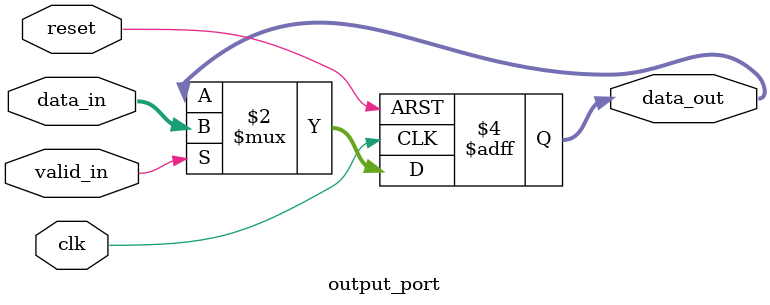
<source format=v>
module output_port(
    input wire clk,
    input wire reset,
    input wire valid_in,       // Data valid signal from crossbar
    input wire [7:0] data_in,  // 8-bit data input from crossbar
    output reg [7:0] data_out  // Final data output
);
    always @(posedge clk or posedge reset) begin
        if (reset) begin
            data_out <= 0;
        end else if (valid_in) begin
            data_out <= data_in;  // Pass input data to output
        end
    end
endmodule

</source>
